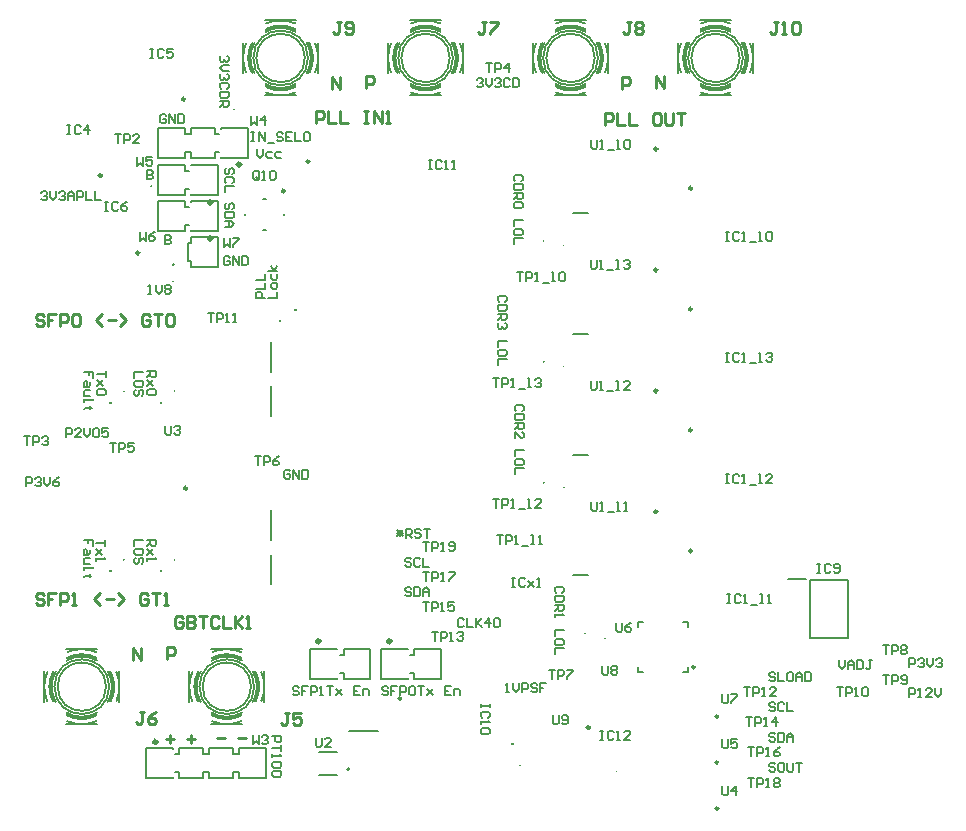
<source format=gto>
G04*
G04 #@! TF.GenerationSoftware,Altium Limited,Altium Designer,24.2.2 (26)*
G04*
G04 Layer_Color=65535*
%FSLAX26Y26*%
%MOIN*%
G70*
G04*
G04 #@! TF.SameCoordinates,1490CFCF-B2EF-406E-B7EC-920D21FDAB99*
G04*
G04*
G04 #@! TF.FilePolarity,Positive*
G04*
G01*
G75*
%ADD10C,0.011000*%
%ADD11C,0.007874*%
%ADD12C,0.009842*%
%ADD13C,0.010000*%
%ADD14C,0.011811*%
%ADD15C,0.003937*%
%ADD16C,0.006000*%
%ADD17C,0.007000*%
D10*
X1900283Y821949D02*
G03*
X1900283Y821949I-5000J0D01*
G01*
Y1224956D02*
G03*
X1900283Y1224956I-5000J0D01*
G01*
Y1627964D02*
G03*
X1900283Y1627964I-5000J0D01*
G01*
Y2030972D02*
G03*
X1900283Y2030972I-5000J0D01*
G01*
D11*
X1522000Y1321355D02*
G03*
X1522000Y1321355I-1000J0D01*
G01*
X1521869Y918347D02*
G03*
X1521869Y918347I-1000J0D01*
G01*
X1659680Y416760D02*
G03*
X1659680Y416760I-1000J0D01*
G01*
X1522000Y1724506D02*
G03*
X1522000Y1724506I-1000J0D01*
G01*
X122940Y1222847D02*
G03*
X122940Y1222847I-1000J0D01*
G01*
X291162D02*
G03*
X291162Y1222847I-1000J0D01*
G01*
X122940Y661823D02*
G03*
X122940Y661823I-1000J0D01*
G01*
X291162D02*
G03*
X291162Y661823I-1000J0D01*
G01*
X545808Y238662D02*
G03*
X545808Y238662I-80709J0D01*
G01*
X556241D02*
G03*
X556241Y238662I-91142J0D01*
G01*
X515875Y325497D02*
G03*
X414324Y325497I-50776J-86835D01*
G01*
X514152Y331856D02*
G03*
X416047Y331856I-49052J-93194D01*
G01*
X513547Y335242D02*
G03*
X416652Y335242I-48447J-96580D01*
G01*
X513849Y353764D02*
G03*
X416349Y353764I-48750J-115102D01*
G01*
X580201Y189912D02*
G03*
X580201Y287412I-115102J48750D01*
G01*
X561679Y190214D02*
G03*
X561679Y287109I-96580J48447D01*
G01*
X558293Y189610D02*
G03*
X558293Y287714I-93194J49052D01*
G01*
X551934Y187886D02*
G03*
X551934Y289437I-86835J50776D01*
G01*
X416349Y123560D02*
G03*
X513849Y123560I48750J115102D01*
G01*
X416652Y142082D02*
G03*
X513547Y142082I48447J96580D01*
G01*
X416047Y145468D02*
G03*
X514152Y145468I49052J93194D01*
G01*
X414324Y151827D02*
G03*
X515875Y151827I50776J86835D01*
G01*
X378264Y289437D02*
G03*
X378264Y187886I86835J-50776D01*
G01*
X371905Y287714D02*
G03*
X371905Y189610I93194J-49052D01*
G01*
X368519Y287109D02*
G03*
X368519Y190214I96580J-48447D01*
G01*
X349997Y287412D02*
G03*
X349997Y189912I115102J-48750D01*
G01*
X62540Y238662D02*
G03*
X62540Y238662I-80709J0D01*
G01*
X72973D02*
G03*
X72973Y238662I-91142J0D01*
G01*
X32607Y325497D02*
G03*
X-68944Y325497I-50776J-86835D01*
G01*
X30884Y331856D02*
G03*
X-67221Y331856I-49052J-93194D01*
G01*
X30279Y335242D02*
G03*
X-66616Y335242I-48447J-96580D01*
G01*
X30581Y353764D02*
G03*
X-66918Y353764I-48750J-115102D01*
G01*
X96933Y189912D02*
G03*
X96933Y287412I-115102J48750D01*
G01*
X78411Y190214D02*
G03*
X78411Y287109I-96580J48447D01*
G01*
X75025Y189610D02*
G03*
X75025Y287714I-93194J49052D01*
G01*
X68666Y187886D02*
G03*
X68666Y289437I-86835J50776D01*
G01*
X-66918Y123560D02*
G03*
X30581Y123560I48750J115102D01*
G01*
X-66616Y142082D02*
G03*
X30279Y142082I48447J96580D01*
G01*
X-67221Y145468D02*
G03*
X30884Y145468I49052J93194D01*
G01*
X-68944Y151827D02*
G03*
X32607Y151827I50776J86835D01*
G01*
X-105004Y289437D02*
G03*
X-105004Y187886I86835J-50776D01*
G01*
X-111363Y287714D02*
G03*
X-111363Y189610I93194J-49052D01*
G01*
X-114749Y287109D02*
G03*
X-114749Y190214I96580J-48447D01*
G01*
X-133271Y287412D02*
G03*
X-133271Y189912I115102J-48750D01*
G01*
X1691718Y2334224D02*
G03*
X1691718Y2334224I-80709J0D01*
G01*
X1702151D02*
G03*
X1702151Y2334224I-91142J0D01*
G01*
X1661785Y2421059D02*
G03*
X1560234Y2421059I-50776J-86835D01*
G01*
X1660061Y2427418D02*
G03*
X1561957Y2427418I-49052J-93194D01*
G01*
X1659457Y2430804D02*
G03*
X1562562Y2430804I-48447J-96580D01*
G01*
X1659759Y2449326D02*
G03*
X1562259Y2449326I-48750J-115102D01*
G01*
X1726111Y2285474D02*
G03*
X1726111Y2382974I-115102J48750D01*
G01*
X1707589Y2285776D02*
G03*
X1707589Y2382671I-96580J48447D01*
G01*
X1704203Y2285172D02*
G03*
X1704203Y2383276I-93194J49052D01*
G01*
X1697844Y2283448D02*
G03*
X1697844Y2384999I-86835J50776D01*
G01*
X1562259Y2219122D02*
G03*
X1659759Y2219122I48750J115102D01*
G01*
X1562562Y2237644D02*
G03*
X1659457Y2237644I48447J96580D01*
G01*
X1561957Y2241030D02*
G03*
X1660061Y2241030I49052J93194D01*
G01*
X1560234Y2247389D02*
G03*
X1661785Y2247389I50776J86835D01*
G01*
X1524174Y2384999D02*
G03*
X1524174Y2283448I86835J-50776D01*
G01*
X1517815Y2383276D02*
G03*
X1517815Y2285172I93194J-49052D01*
G01*
X1514429Y2382671D02*
G03*
X1514429Y2285776I96580J-48447D01*
G01*
X1495907Y2382974D02*
G03*
X1495907Y2285474I115102J-48750D01*
G01*
X1208450Y2334224D02*
G03*
X1208450Y2334224I-80709J0D01*
G01*
X1218883D02*
G03*
X1218883Y2334224I-91142J0D01*
G01*
X1178517Y2421059D02*
G03*
X1076966Y2421059I-50776J-86835D01*
G01*
X1176793Y2427418D02*
G03*
X1078689Y2427418I-49052J-93194D01*
G01*
X1176188Y2430804D02*
G03*
X1079294Y2430804I-48447J-96580D01*
G01*
X1176491Y2449326D02*
G03*
X1078991Y2449326I-48750J-115102D01*
G01*
X1242843Y2285474D02*
G03*
X1242843Y2382974I-115102J48750D01*
G01*
X1224321Y2285776D02*
G03*
X1224321Y2382671I-96580J48447D01*
G01*
X1220935Y2285172D02*
G03*
X1220935Y2383276I-93194J49052D01*
G01*
X1214576Y2283448D02*
G03*
X1214576Y2384999I-86835J50776D01*
G01*
X1078991Y2219122D02*
G03*
X1176491Y2219122I48750J115102D01*
G01*
X1079294Y2237644D02*
G03*
X1176188Y2237644I48447J96580D01*
G01*
X1078689Y2241030D02*
G03*
X1176793Y2241030I49052J93194D01*
G01*
X1076966Y2247389D02*
G03*
X1178517Y2247389I50776J86835D01*
G01*
X1040906Y2384999D02*
G03*
X1040906Y2283448I86835J-50776D01*
G01*
X1034547Y2383276D02*
G03*
X1034547Y2285172I93194J-49052D01*
G01*
X1031161Y2382671D02*
G03*
X1031161Y2285776I96580J-48447D01*
G01*
X1012639Y2382974D02*
G03*
X1012639Y2285474I115102J-48750D01*
G01*
X725182Y2334224D02*
G03*
X725182Y2334224I-80709J0D01*
G01*
X735615D02*
G03*
X735615Y2334224I-91142J0D01*
G01*
X695249Y2421059D02*
G03*
X593698Y2421059I-50776J-86835D01*
G01*
X693525Y2427418D02*
G03*
X595421Y2427418I-49052J-93194D01*
G01*
X692920Y2430804D02*
G03*
X596026Y2430804I-48447J-96580D01*
G01*
X693223Y2449326D02*
G03*
X595723Y2449326I-48750J-115102D01*
G01*
X759575Y2285474D02*
G03*
X759575Y2382974I-115102J48750D01*
G01*
X741053Y2285776D02*
G03*
X741053Y2382671I-96580J48447D01*
G01*
X737667Y2285172D02*
G03*
X737667Y2383276I-93194J49052D01*
G01*
X731308Y2283448D02*
G03*
X731308Y2384999I-86835J50776D01*
G01*
X595723Y2219122D02*
G03*
X693223Y2219122I48750J115102D01*
G01*
X596026Y2237644D02*
G03*
X692920Y2237644I48447J96580D01*
G01*
X595421Y2241030D02*
G03*
X693525Y2241030I49052J93194D01*
G01*
X593698Y2247389D02*
G03*
X695249Y2247389I50776J86835D01*
G01*
X557638Y2384999D02*
G03*
X557638Y2283448I86835J-50776D01*
G01*
X551279Y2383276D02*
G03*
X551279Y2285172I93194J-49052D01*
G01*
X547893Y2382671D02*
G03*
X547893Y2285776I96580J-48447D01*
G01*
X529371Y2382974D02*
G03*
X529371Y2285474I115102J-48750D01*
G01*
X2174986Y2334224D02*
G03*
X2174986Y2334224I-80709J0D01*
G01*
X2185419D02*
G03*
X2185419Y2334224I-91142J0D01*
G01*
X2145053Y2421059D02*
G03*
X2043502Y2421059I-50776J-86835D01*
G01*
X2143329Y2427418D02*
G03*
X2045225Y2427418I-49052J-93194D01*
G01*
X2142724Y2430804D02*
G03*
X2045830Y2430804I-48447J-96580D01*
G01*
X2143027Y2449326D02*
G03*
X2045527Y2449326I-48750J-115102D01*
G01*
X2209379Y2285474D02*
G03*
X2209379Y2382974I-115102J48750D01*
G01*
X2190857Y2285776D02*
G03*
X2190857Y2382671I-96580J48447D01*
G01*
X2187471Y2285172D02*
G03*
X2187471Y2383276I-93194J49052D01*
G01*
X2181112Y2283448D02*
G03*
X2181112Y2384999I-86835J50776D01*
G01*
X2045527Y2219122D02*
G03*
X2143027Y2219122I48750J115102D01*
G01*
X2045830Y2237644D02*
G03*
X2142724Y2237644I48447J96580D01*
G01*
X2045225Y2241030D02*
G03*
X2143329Y2241030I49052J93194D01*
G01*
X2043502Y2247389D02*
G03*
X2145053Y2247389I50776J86835D01*
G01*
X2007442Y2384999D02*
G03*
X2007442Y2283448I86835J-50776D01*
G01*
X2001083Y2383276D02*
G03*
X2001083Y2285172I93194J-49052D01*
G01*
X1997697Y2382671D02*
G03*
X1997697Y2285776I96580J-48447D01*
G01*
X1979175Y2382974D02*
G03*
X1979175Y2285474I115102J-48750D01*
G01*
X213118Y1908022D02*
G03*
X213118Y1908022I-1000J0D01*
G01*
X489982Y2162432D02*
G03*
X489982Y2162432I-1000J0D01*
G01*
X285895Y1590761D02*
G03*
X285895Y1590761I-1000J0D01*
G01*
X1441690Y-23443D02*
G03*
X1441690Y-23443I-1000J0D01*
G01*
X980204Y365250D02*
X1069845D01*
Y362494D02*
Y365250D01*
X980204Y265250D02*
X1069845D01*
X980204D02*
Y365250D01*
X1077448Y345250D02*
X1090563D01*
X1077448Y285250D02*
X1090563D01*
X1069845Y265250D02*
Y268005D01*
X1090565Y265250D02*
Y285249D01*
Y345250D02*
Y365250D01*
X1180206D01*
Y265250D02*
Y365250D01*
X1090565Y265250D02*
X1180206D01*
X486093Y-65428D02*
Y-45428D01*
X506811Y14572D02*
Y34572D01*
X406811Y14572D02*
Y34572D01*
X386093Y-65428D02*
Y-45428D01*
X306810Y14572D02*
Y34572D01*
X406811Y-65428D02*
Y-45428D01*
Y-65428D02*
X486093D01*
Y14572D02*
Y34572D01*
X406811D02*
X486093D01*
X306810Y-65428D02*
Y-45428D01*
Y-65428D02*
X386093D01*
Y14572D02*
Y34572D01*
X306810D02*
X386093D01*
X486093Y-45428D02*
X506811D01*
X386093D02*
X406811D01*
X386093Y14572D02*
X406811D01*
X486093D02*
X506811D01*
Y-65428D02*
Y-45428D01*
Y-65428D02*
X596452D01*
Y34572D01*
X506811D02*
X596452D01*
X196452D02*
X286092D01*
Y31816D02*
Y34572D01*
X196452Y-65428D02*
X286092D01*
X196452D02*
Y34572D01*
X293696Y14572D02*
X306810D01*
X293696Y-45428D02*
X306810D01*
X286092Y-65428D02*
Y-62672D01*
X346496Y1717254D02*
Y1737254D01*
X336137Y1657254D02*
Y1717254D01*
X346496D01*
X336137Y1657254D02*
X346496D01*
X436137Y1637254D02*
Y1737254D01*
X346496D02*
X436137D01*
X346496Y1637254D02*
X436137D01*
X346496Y1637254D02*
Y1657254D01*
X346498Y1758080D02*
X436139D01*
X346498D02*
Y1760835D01*
Y1858080D02*
X436139D01*
Y1758080D02*
Y1858080D01*
X325779Y1778080D02*
X338894D01*
X325779Y1838080D02*
X338894D01*
X346498Y1855324D02*
Y1858080D01*
X325778Y1838080D02*
Y1858080D01*
Y1758080D02*
Y1778080D01*
X236137Y1758080D02*
X325778D01*
X236137D02*
Y1858080D01*
X325778D01*
X346498Y1878905D02*
X436139D01*
X346498D02*
Y1881661D01*
Y1978905D02*
X436139D01*
Y1878905D02*
Y1978905D01*
X325779Y1898905D02*
X338894D01*
X325779Y1958905D02*
X338894D01*
X346498Y1976149D02*
Y1978905D01*
X325778Y1958905D02*
Y1978905D01*
Y1878905D02*
Y1898905D01*
X236137Y1878905D02*
X325778D01*
X236137D02*
Y1978905D01*
X325778D01*
X236137Y1999731D02*
X325777D01*
X236137D02*
Y2099731D01*
X325777D01*
Y2079731D02*
Y2099731D01*
Y2019731D02*
X346495D01*
X325777Y2079731D02*
X346495D01*
Y1999731D02*
X425778D01*
X346495D02*
Y2019731D01*
Y2099731D02*
X425778D01*
Y2079731D02*
Y2099731D01*
Y1999731D02*
Y2019731D01*
X346495Y2079731D02*
Y2099731D01*
X325777Y1999731D02*
Y2019731D01*
X446498Y1999731D02*
X536139D01*
X446498D02*
Y2002487D01*
Y2099731D02*
X536139D01*
Y1999731D02*
Y2099731D01*
X425779Y2019731D02*
X438894D01*
X425779Y2079731D02*
X438894D01*
X446498Y2096975D02*
Y2099731D01*
X2335262Y598135D02*
X2395301D01*
X2409081Y400103D02*
Y593017D01*
Y400103D02*
X2535065D01*
Y593017D01*
X2409081D02*
X2535065D01*
X584485Y1863398D02*
X596296D01*
X525430Y1810249D02*
Y1814186D01*
X584485Y1761036D02*
X596296D01*
X655351Y1810249D02*
Y1814186D01*
X340099Y187179D02*
Y290144D01*
X590099Y187179D02*
Y290144D01*
X413617Y363662D02*
X516582D01*
X413617Y113662D02*
X516582D01*
X-143169Y187179D02*
Y290144D01*
X106831Y187179D02*
Y290144D01*
X-69651Y363662D02*
X33314D01*
X-69651Y113662D02*
X33314D01*
X1486009Y2282742D02*
Y2385706D01*
X1736009Y2282742D02*
Y2385706D01*
X1559527Y2459224D02*
X1662491D01*
X1559527Y2209224D02*
X1662491D01*
X1002741Y2282742D02*
Y2385706D01*
X1252741Y2282742D02*
Y2385706D01*
X1076259Y2459224D02*
X1179223D01*
X1076259Y2209224D02*
X1179223D01*
X519473Y2282742D02*
Y2385706D01*
X769473Y2282742D02*
Y2385706D01*
X592991Y2459224D02*
X695955D01*
X592991Y2209224D02*
X695955D01*
X1969277Y2282742D02*
Y2385706D01*
X2219277Y2282742D02*
Y2385706D01*
X2042795Y2459224D02*
X2145759D01*
X2042795Y2209224D02*
X2145759D01*
X611664Y1289055D02*
Y1387480D01*
Y1141260D02*
Y1239685D01*
Y727945D02*
Y826370D01*
Y580409D02*
Y678834D01*
X871806Y91316D02*
X970231D01*
X854226Y265250D02*
X943867D01*
Y365250D01*
X854226D02*
X943867D01*
X854226Y345250D02*
Y365250D01*
Y265250D02*
Y285249D01*
X833506Y265250D02*
Y268005D01*
X841109Y285250D02*
X854224D01*
X841109Y345250D02*
X854224D01*
X743865Y265250D02*
Y365250D01*
Y265250D02*
X833506D01*
Y362494D02*
Y365250D01*
X743865D02*
X833506D01*
X1618533Y1415295D02*
X1667745D01*
X1618533Y1012287D02*
X1667745D01*
X1618533Y609280D02*
X1667745D01*
X1618533Y1818303D02*
X1667745D01*
D12*
X1675128Y102384D02*
G03*
X1675128Y102384I-4921J0D01*
G01*
X2015708Y690949D02*
G03*
X2015708Y690949I-4921J0D01*
G01*
Y1093956D02*
G03*
X2015708Y1093956I-4921J0D01*
G01*
Y1899972D02*
G03*
X2015708Y1899972I-4921J0D01*
G01*
Y1496964D02*
G03*
X2015708Y1496964I-4921J0D01*
G01*
X332900Y899921D02*
G03*
X332900Y899921I-4921J0D01*
G01*
X740491Y1989383D02*
G03*
X740491Y1989383I-4921J0D01*
G01*
X658304Y1890957D02*
G03*
X658304Y1890957I-4921J0D01*
G01*
X173575Y1684264D02*
G03*
X173575Y1684264I-4921J0D01*
G01*
X48952Y1942391D02*
G03*
X48952Y1942391I-4921J0D01*
G01*
X325816Y2196800D02*
G03*
X325816Y2196800I-4921J0D01*
G01*
D13*
X1045813Y199805D02*
G03*
X1045813Y199805I-3937J0D01*
G01*
X2024631Y303537D02*
G03*
X2024631Y303537I-3937J0D01*
G01*
X2102798Y-167593D02*
G03*
X2102798Y-167593I-3937J0D01*
G01*
Y-12628D02*
G03*
X2102798Y-12628I-3937J0D01*
G01*
Y138540D02*
G03*
X2102798Y138540I-3937J0D01*
G01*
X77520Y1184747D02*
G03*
X77520Y1184747I-394J0D01*
G01*
X245743D02*
G03*
X245743Y1184747I-394J0D01*
G01*
X77520Y623723D02*
G03*
X77520Y623723I-394J0D01*
G01*
X245743D02*
G03*
X245743Y623723I-394J0D01*
G01*
X287415Y1645736D02*
G03*
X287415Y1645736I-394J0D01*
G01*
X1417612Y47006D02*
G03*
X1417612Y47006I-394J0D01*
G01*
X694216Y1493514D02*
G03*
X694216Y1493514I-1968J0D01*
G01*
X642641Y1457746D02*
G03*
X642641Y1457746I-394J0D01*
G01*
X-143631Y1473013D02*
X-150296Y1479678D01*
X-163625D01*
X-170289Y1473013D01*
Y1466349D01*
X-163625Y1459684D01*
X-150296D01*
X-143631Y1453020D01*
Y1446355D01*
X-150296Y1439691D01*
X-163625D01*
X-170289Y1446355D01*
X-103644Y1479678D02*
X-130302D01*
Y1459684D01*
X-116973D01*
X-130302D01*
Y1439691D01*
X-90315D02*
Y1479678D01*
X-70321D01*
X-63657Y1473013D01*
Y1459684D01*
X-70321Y1453020D01*
X-90315D01*
X-50328Y1473013D02*
X-43663Y1479678D01*
X-30334D01*
X-23670Y1473013D01*
Y1446355D01*
X-30334Y1439691D01*
X-43663D01*
X-50328Y1446355D01*
Y1473013D01*
X49640Y1439691D02*
X29646Y1459684D01*
X49640Y1479678D01*
X69633Y1459684D02*
X96291D01*
X109621Y1439691D02*
X129614Y1459684D01*
X109621Y1479678D01*
X209588Y1473013D02*
X202924Y1479678D01*
X189595D01*
X182930Y1473013D01*
Y1446355D01*
X189595Y1439691D01*
X202924D01*
X209588Y1446355D01*
Y1459684D01*
X196259D01*
X222917Y1479678D02*
X249575D01*
X236246D01*
Y1439691D01*
X262904Y1473013D02*
X269569Y1479678D01*
X282898D01*
X289562Y1473013D01*
Y1446355D01*
X282898Y1439691D01*
X269569D01*
X262904Y1446355D01*
Y1473013D01*
X-143631Y544670D02*
X-150296Y551334D01*
X-163625D01*
X-170289Y544670D01*
Y538005D01*
X-163625Y531341D01*
X-150296D01*
X-143631Y524676D01*
Y518012D01*
X-150296Y511347D01*
X-163625D01*
X-170289Y518012D01*
X-103644Y551334D02*
X-130302D01*
Y531341D01*
X-116973D01*
X-130302D01*
Y511347D01*
X-90315D02*
Y551334D01*
X-70321D01*
X-63657Y544670D01*
Y531341D01*
X-70321Y524676D01*
X-90315D01*
X-50328Y511347D02*
X-36999D01*
X-43663D01*
Y551334D01*
X-50328Y544670D01*
X42975Y511347D02*
X22982Y531341D01*
X42975Y551334D01*
X62969Y531341D02*
X89627D01*
X102956Y511347D02*
X122950Y531341D01*
X102956Y551334D01*
X202924Y544670D02*
X196259Y551334D01*
X182930D01*
X176266Y544670D01*
Y518012D01*
X182930Y511347D01*
X196259D01*
X202924Y518012D01*
Y531341D01*
X189595D01*
X216253Y551334D02*
X242911D01*
X229582D01*
Y511347D01*
X256240D02*
X269569D01*
X262904D01*
Y551334D01*
X256240Y544670D01*
X317594Y468209D02*
X310930Y474873D01*
X297601D01*
X290936Y468209D01*
Y441551D01*
X297601Y434886D01*
X310930D01*
X317594Y441551D01*
Y454880D01*
X304265D01*
X330923Y474873D02*
Y434886D01*
X350917D01*
X357581Y441551D01*
Y448215D01*
X350917Y454880D01*
X330923D01*
X350917D01*
X357581Y461544D01*
Y468209D01*
X350917Y474873D01*
X330923D01*
X370910D02*
X397568D01*
X384239D01*
Y434886D01*
X437555Y468209D02*
X430891Y474873D01*
X417562D01*
X410897Y468209D01*
Y441551D01*
X417562Y434886D01*
X430891D01*
X437555Y441551D01*
X450885Y474873D02*
Y434886D01*
X477543D01*
X490872Y474873D02*
Y434886D01*
Y448215D01*
X517530Y474873D01*
X497536Y454880D01*
X517530Y434886D01*
X530859D02*
X544188D01*
X537523D01*
Y474873D01*
X530859Y468209D01*
X266147Y330273D02*
Y370260D01*
X286140D01*
X292805Y363596D01*
Y350266D01*
X286140Y343602D01*
X266147D01*
X154166Y327350D02*
Y367337D01*
X180824Y327350D01*
Y367337D01*
X816808Y2229948D02*
Y2269935D01*
X843466Y2229948D01*
Y2269935D01*
X928789Y2232870D02*
Y2272858D01*
X948782D01*
X955447Y2266193D01*
Y2252864D01*
X948782Y2246199D01*
X928789D01*
X1895325Y2232870D02*
Y2272858D01*
X1921983Y2232870D01*
Y2272858D01*
X1783344Y2229948D02*
Y2269935D01*
X1803337D01*
X1810002Y2263271D01*
Y2249941D01*
X1803337Y2243277D01*
X1783344D01*
X761059Y2117613D02*
Y2157600D01*
X781052D01*
X787717Y2150936D01*
Y2137607D01*
X781052Y2130942D01*
X761059D01*
X801046Y2157600D02*
Y2117613D01*
X827704D01*
X841033Y2157600D02*
Y2117613D01*
X867691D01*
X921007Y2157600D02*
X934336D01*
X927672D01*
Y2117613D01*
X921007D01*
X934336D01*
X954330D02*
Y2157600D01*
X980988Y2117613D01*
Y2157600D01*
X994317Y2117613D02*
X1007646D01*
X1000981D01*
Y2157600D01*
X994317Y2150936D01*
X1727495Y2111830D02*
Y2151817D01*
X1747489D01*
X1754153Y2145153D01*
Y2131823D01*
X1747489Y2125159D01*
X1727495D01*
X1767482Y2151817D02*
Y2111830D01*
X1794140D01*
X1807469Y2151817D02*
Y2111830D01*
X1834127D01*
X1907437Y2151817D02*
X1894108D01*
X1887444Y2145153D01*
Y2118494D01*
X1894108Y2111830D01*
X1907437D01*
X1914101Y2118494D01*
Y2145153D01*
X1907437Y2151817D01*
X1927431D02*
Y2118494D01*
X1934095Y2111830D01*
X1947424D01*
X1954089Y2118494D01*
Y2151817D01*
X1967418D02*
X1994076D01*
X1980747D01*
Y2111830D01*
X500943Y67696D02*
X527601D01*
X430943D02*
X457601D01*
X330943Y64367D02*
X357601D01*
X344272Y51038D02*
Y77696D01*
X260943Y64367D02*
X287601D01*
X274272Y51038D02*
Y77696D01*
X2301327Y2455700D02*
X2287998D01*
X2294663D01*
Y2422377D01*
X2287998Y2415713D01*
X2281334D01*
X2274669Y2422377D01*
X2314656Y2415713D02*
X2327985D01*
X2321321D01*
Y2455700D01*
X2314656Y2449035D01*
X2347979D02*
X2354644Y2455700D01*
X2367972D01*
X2374637Y2449035D01*
Y2422377D01*
X2367972Y2415713D01*
X2354644D01*
X2347979Y2422377D01*
Y2449035D01*
X847484Y2455700D02*
X834155D01*
X840819D01*
Y2422377D01*
X834155Y2415713D01*
X827490D01*
X820826Y2422377D01*
X860813D02*
X867478Y2415713D01*
X880807D01*
X887471Y2422377D01*
Y2449035D01*
X880807Y2455700D01*
X867478D01*
X860813Y2449035D01*
Y2442371D01*
X867478Y2435706D01*
X887471D01*
X1814020Y2455700D02*
X1800691D01*
X1807355D01*
Y2422377D01*
X1800691Y2415713D01*
X1794026D01*
X1787362Y2422377D01*
X1827349Y2449035D02*
X1834014Y2455700D01*
X1847343D01*
X1854007Y2449035D01*
Y2442371D01*
X1847343Y2435706D01*
X1854007Y2429042D01*
Y2422377D01*
X1847343Y2415713D01*
X1834014D01*
X1827349Y2422377D01*
Y2429042D01*
X1834014Y2435706D01*
X1827349Y2442371D01*
Y2449035D01*
X1834014Y2435706D02*
X1847343D01*
X1330752Y2455700D02*
X1317423D01*
X1324088D01*
Y2422377D01*
X1317423Y2415713D01*
X1310758D01*
X1304094Y2422377D01*
X1344081Y2455700D02*
X1370739D01*
Y2449035D01*
X1344081Y2422377D01*
Y2415713D01*
X188893Y153734D02*
X175564D01*
X182228D01*
Y120412D01*
X175564Y113747D01*
X168899D01*
X162235Y120412D01*
X228880Y153734D02*
X215551Y147070D01*
X202222Y133740D01*
Y120412D01*
X208886Y113747D01*
X222215D01*
X228880Y120412D01*
Y127076D01*
X222215Y133740D01*
X202222D01*
X672020Y150812D02*
X658691D01*
X665355D01*
Y117489D01*
X658691Y110825D01*
X652026D01*
X645362Y117489D01*
X712007Y150812D02*
X685349D01*
Y130818D01*
X698678Y137482D01*
X705342D01*
X712007Y130818D01*
Y117489D01*
X705342Y110825D01*
X692014D01*
X685349Y117489D01*
D14*
X1012487Y390053D02*
G03*
X1012487Y390053I-5906J0D01*
G01*
X232357Y54572D02*
G03*
X232357Y54572I-5906J0D01*
G01*
X415666Y1733276D02*
G03*
X415666Y1733276I-5906J0D01*
G01*
Y1854102D02*
G03*
X415666Y1854102I-5906J0D01*
G01*
X512044Y1979731D02*
G03*
X512044Y1979731I-5906J0D01*
G01*
X776149Y390053D02*
G03*
X776149Y390053I-5906J0D01*
G01*
D15*
X1765409Y-42715D02*
G03*
X1761472Y-42715I-1968J0D01*
G01*
D02*
G03*
X1765409Y-42715I1968J0D01*
G01*
X1586217Y1304714D02*
G03*
X1590155Y1304714I1968J0D01*
G01*
D02*
G03*
X1586217Y1304714I-1968J0D01*
G01*
Y901706D02*
G03*
X1590155Y901706I1968J0D01*
G01*
D02*
G03*
X1586217Y901706I-1968J0D01*
G01*
X1724029Y400091D02*
G03*
X1727966Y400091I1968J0D01*
G01*
D02*
G03*
X1724029Y400091I-1968J0D01*
G01*
X1586217Y1707722D02*
G03*
X1590155Y1707722I1968J0D01*
G01*
D02*
G03*
X1586217Y1707722I-1968J0D01*
G01*
D16*
X874124Y-36204D02*
G03*
X874124Y-36204I-4000J0D01*
G01*
X1986279Y287173D02*
X2002466D01*
X1986279Y454173D02*
X2002466D01*
X1835466Y437986D02*
Y454173D01*
Y287173D02*
X1851654D01*
X2002466D02*
Y303361D01*
Y437986D02*
Y454173D01*
X1835466D02*
X1851654D01*
X1835466Y287173D02*
Y303361D01*
X772434Y21986D02*
X833434D01*
X772434Y-55014D02*
X833434D01*
D17*
X676261Y956353D02*
X671263Y961352D01*
X661266D01*
X656268Y956353D01*
Y936360D01*
X661266Y931361D01*
X671263D01*
X676261Y936360D01*
Y946356D01*
X666265D01*
X686258Y931361D02*
Y961352D01*
X706252Y931361D01*
Y961352D01*
X716249D02*
Y931361D01*
X731244D01*
X736242Y936360D01*
Y956353D01*
X731244Y961352D01*
X716249D01*
X1031127Y760696D02*
X1051120Y740702D01*
X1031127D02*
X1051120Y760696D01*
X1031127Y750699D02*
X1051120D01*
X1041123Y740702D02*
Y760696D01*
X1061117Y735704D02*
Y765694D01*
X1076112D01*
X1081110Y760696D01*
Y750699D01*
X1076112Y745701D01*
X1061117D01*
X1071114D02*
X1081110Y735704D01*
X1111101Y760696D02*
X1106102Y765694D01*
X1096105D01*
X1091107Y760696D01*
Y755697D01*
X1096105Y750699D01*
X1106102D01*
X1111101Y745701D01*
Y740702D01*
X1106102Y735704D01*
X1096105D01*
X1091107Y740702D01*
X1121097Y765694D02*
X1141091D01*
X1131094D01*
Y735704D01*
X1079952Y662953D02*
X1074954Y667951D01*
X1064957D01*
X1059958Y662953D01*
Y657955D01*
X1064957Y652956D01*
X1074954D01*
X1079952Y647958D01*
Y642960D01*
X1074954Y637961D01*
X1064957D01*
X1059958Y642960D01*
X1109942Y662953D02*
X1104944Y667951D01*
X1094947D01*
X1089949Y662953D01*
Y642960D01*
X1094947Y637961D01*
X1104944D01*
X1109942Y642960D01*
X1119939Y667951D02*
Y637961D01*
X1139933D01*
X1080611Y564695D02*
X1075613Y569693D01*
X1065616D01*
X1060618Y564695D01*
Y559696D01*
X1065616Y554698D01*
X1075613D01*
X1080611Y549699D01*
Y544701D01*
X1075613Y539703D01*
X1065616D01*
X1060618Y544701D01*
X1090608Y569693D02*
Y539703D01*
X1105603D01*
X1110601Y544701D01*
Y564695D01*
X1105603Y569693D01*
X1090608D01*
X1120598Y539703D02*
Y559696D01*
X1130595Y569693D01*
X1140592Y559696D01*
Y539703D01*
Y554698D01*
X1120598D01*
X1255722Y461297D02*
X1250723Y466295D01*
X1240726D01*
X1235728Y461297D01*
Y441303D01*
X1240726Y436305D01*
X1250723D01*
X1255722Y441303D01*
X1265718Y466295D02*
Y436305D01*
X1285712D01*
X1295709Y466295D02*
Y436305D01*
Y446302D01*
X1315702Y466295D01*
X1300707Y451300D01*
X1315702Y436305D01*
X1340694D02*
Y466295D01*
X1325699Y451300D01*
X1345693D01*
X1355689Y461297D02*
X1360688Y466295D01*
X1370685D01*
X1375683Y461297D01*
Y441303D01*
X1370685Y436305D01*
X1360688D01*
X1355689Y441303D01*
Y461297D01*
X2740034Y202805D02*
Y232795D01*
X2755029D01*
X2760027Y227797D01*
Y217800D01*
X2755029Y212801D01*
X2740034D01*
X2770024Y202805D02*
X2780021D01*
X2775023D01*
Y232795D01*
X2770024Y227797D01*
X2815010Y202805D02*
X2795016D01*
X2815010Y222798D01*
Y227797D01*
X2810011Y232795D01*
X2800015D01*
X2795016Y227797D01*
X2825006Y232795D02*
Y212801D01*
X2835003Y202805D01*
X2845000Y212801D01*
Y232795D01*
X2739796Y302988D02*
Y332978D01*
X2754791D01*
X2759789Y327979D01*
Y317983D01*
X2754791Y312984D01*
X2739796D01*
X2769786Y327979D02*
X2774785Y332978D01*
X2784781D01*
X2789780Y327979D01*
Y322981D01*
X2784781Y317983D01*
X2779783D01*
X2784781D01*
X2789780Y312984D01*
Y307986D01*
X2784781Y302988D01*
X2774785D01*
X2769786Y307986D01*
X2799776Y332978D02*
Y312984D01*
X2809773Y302988D01*
X2819770Y312984D01*
Y332978D01*
X2829767Y327979D02*
X2834765Y332978D01*
X2844762D01*
X2849760Y327979D01*
Y322981D01*
X2844762Y317983D01*
X2839764D01*
X2844762D01*
X2849760Y312984D01*
Y307986D01*
X2844762Y302988D01*
X2834765D01*
X2829767Y307986D01*
X2505401Y326791D02*
Y306797D01*
X2515398Y296800D01*
X2525395Y306797D01*
Y326791D01*
X2535392Y296800D02*
Y316794D01*
X2545389Y326791D01*
X2555385Y316794D01*
Y296800D01*
Y311796D01*
X2535392D01*
X2565382Y326791D02*
Y296800D01*
X2580377D01*
X2585376Y301799D01*
Y321792D01*
X2580377Y326791D01*
X2565382D01*
X2615366D02*
X2605369D01*
X2610368D01*
Y301799D01*
X2605369Y296800D01*
X2600371D01*
X2595372Y301799D01*
X2292855Y-20029D02*
X2287857Y-15030D01*
X2277860D01*
X2272861Y-20029D01*
Y-25027D01*
X2277860Y-30025D01*
X2287857D01*
X2292855Y-35024D01*
Y-40022D01*
X2287857Y-45021D01*
X2277860D01*
X2272861Y-40022D01*
X2317847Y-15030D02*
X2307850D01*
X2302852Y-20029D01*
Y-40022D01*
X2307850Y-45021D01*
X2317847D01*
X2322845Y-40022D01*
Y-20029D01*
X2317847Y-15030D01*
X2332842D02*
Y-40022D01*
X2337840Y-45021D01*
X2347837D01*
X2352836Y-40022D01*
Y-15030D01*
X2362832D02*
X2382826D01*
X2372829D01*
Y-45021D01*
X2292855Y80685D02*
X2287857Y85683D01*
X2277860D01*
X2272861Y80685D01*
Y75686D01*
X2277860Y70688D01*
X2287857D01*
X2292855Y65689D01*
Y60691D01*
X2287857Y55693D01*
X2277860D01*
X2272861Y60691D01*
X2302852Y85683D02*
Y55693D01*
X2317847D01*
X2322845Y60691D01*
Y80685D01*
X2317847Y85683D01*
X2302852D01*
X2332842Y55693D02*
Y75686D01*
X2342839Y85683D01*
X2352836Y75686D01*
Y55693D01*
Y70688D01*
X2332842D01*
X2292855Y181061D02*
X2287857Y186060D01*
X2277860D01*
X2272861Y181061D01*
Y176063D01*
X2277860Y171064D01*
X2287857D01*
X2292855Y166066D01*
Y161068D01*
X2287857Y156069D01*
X2277860D01*
X2272861Y161068D01*
X2322845Y181061D02*
X2317847Y186060D01*
X2307850D01*
X2302852Y181061D01*
Y161068D01*
X2307850Y156069D01*
X2317847D01*
X2322845Y161068D01*
X2332842Y186060D02*
Y156069D01*
X2352836D01*
X2292855Y281774D02*
X2287857Y286773D01*
X2277860D01*
X2272861Y281774D01*
Y276776D01*
X2277860Y271778D01*
X2287857D01*
X2292855Y266779D01*
Y261781D01*
X2287857Y256782D01*
X2277860D01*
X2272861Y261781D01*
X2302852Y286773D02*
Y256782D01*
X2322845D01*
X2347837Y286773D02*
X2337840D01*
X2332842Y281774D01*
Y261781D01*
X2337840Y256782D01*
X2347837D01*
X2352836Y261781D01*
Y281774D01*
X2347837Y286773D01*
X2362832Y256782D02*
Y276776D01*
X2372829Y286773D01*
X2382826Y276776D01*
Y256782D01*
Y271778D01*
X2362832D01*
X2392823Y286773D02*
Y256782D01*
X2407818D01*
X2412816Y261781D01*
Y281774D01*
X2407818Y286773D01*
X2392823D01*
X1394866Y220049D02*
X1404862D01*
X1399864D01*
Y250040D01*
X1394866Y245041D01*
X1419858Y250040D02*
Y230046D01*
X1429854Y220049D01*
X1439851Y230046D01*
Y250040D01*
X1449848Y220049D02*
Y250040D01*
X1464843D01*
X1469841Y245041D01*
Y235044D01*
X1464843Y230046D01*
X1449848D01*
X1499832Y245041D02*
X1494833Y250040D01*
X1484837D01*
X1479838Y245041D01*
Y240043D01*
X1484837Y235044D01*
X1494833D01*
X1499832Y230046D01*
Y225048D01*
X1494833Y220049D01*
X1484837D01*
X1479838Y225048D01*
X1529822Y250040D02*
X1509829D01*
Y235044D01*
X1519825D01*
X1509829D01*
Y220049D01*
X1299083Y2262337D02*
X1304082Y2267336D01*
X1314079D01*
X1319077Y2262337D01*
Y2257339D01*
X1314079Y2252341D01*
X1309080D01*
X1314079D01*
X1319077Y2247342D01*
Y2242344D01*
X1314079Y2237345D01*
X1304082D01*
X1299083Y2242344D01*
X1329074Y2267336D02*
Y2247342D01*
X1339071Y2237345D01*
X1349067Y2247342D01*
Y2267336D01*
X1359064Y2262337D02*
X1364062Y2267336D01*
X1374059D01*
X1379058Y2262337D01*
Y2257339D01*
X1374059Y2252341D01*
X1369061D01*
X1374059D01*
X1379058Y2247342D01*
Y2242344D01*
X1374059Y2237345D01*
X1364062D01*
X1359064Y2242344D01*
X1409048Y2262337D02*
X1404050Y2267336D01*
X1394053D01*
X1389054Y2262337D01*
Y2242344D01*
X1394053Y2237345D01*
X1404050D01*
X1409048Y2242344D01*
X1419045Y2267336D02*
Y2237345D01*
X1434040D01*
X1439038Y2242344D01*
Y2262337D01*
X1434040Y2267336D01*
X1419045D01*
X-153606Y1884520D02*
X-148608Y1889518D01*
X-138611D01*
X-133613Y1884520D01*
Y1879521D01*
X-138611Y1874523D01*
X-143610D01*
X-138611D01*
X-133613Y1869525D01*
Y1864526D01*
X-138611Y1859528D01*
X-148608D01*
X-153606Y1864526D01*
X-123616Y1889518D02*
Y1869525D01*
X-113619Y1859528D01*
X-103623Y1869525D01*
Y1889518D01*
X-93626Y1884520D02*
X-88627Y1889518D01*
X-78631D01*
X-73632Y1884520D01*
Y1879521D01*
X-78631Y1874523D01*
X-83629D01*
X-78631D01*
X-73632Y1869525D01*
Y1864526D01*
X-78631Y1859528D01*
X-88627D01*
X-93626Y1864526D01*
X-63636Y1859528D02*
Y1879521D01*
X-53639Y1889518D01*
X-43642Y1879521D01*
Y1859528D01*
Y1874523D01*
X-63636D01*
X-33645Y1859528D02*
Y1889518D01*
X-18650D01*
X-13652Y1884520D01*
Y1874523D01*
X-18650Y1869525D01*
X-33645D01*
X-3655Y1889518D02*
Y1859528D01*
X16339D01*
X26335Y1889518D02*
Y1859528D01*
X46329D01*
X-70133Y1070763D02*
Y1100753D01*
X-55138D01*
X-50140Y1095754D01*
Y1085758D01*
X-55138Y1080759D01*
X-70133D01*
X-20150Y1070763D02*
X-40143D01*
X-20150Y1090756D01*
Y1095754D01*
X-25148Y1100753D01*
X-35145D01*
X-40143Y1095754D01*
X-10153Y1100753D02*
Y1080759D01*
X-156Y1070763D01*
X9841Y1080759D01*
Y1100753D01*
X19837Y1095754D02*
X24836Y1100753D01*
X34833D01*
X39831Y1095754D01*
Y1075761D01*
X34833Y1070763D01*
X24836D01*
X19837Y1075761D01*
Y1095754D01*
X69821Y1100753D02*
X49828D01*
Y1085758D01*
X59825Y1090756D01*
X64823D01*
X69821Y1085758D01*
Y1075761D01*
X64823Y1070763D01*
X54826D01*
X49828Y1075761D01*
X-202722Y906248D02*
Y936238D01*
X-187727D01*
X-182729Y931240D01*
Y921243D01*
X-187727Y916245D01*
X-202722D01*
X-172732Y931240D02*
X-167733Y936238D01*
X-157737D01*
X-152738Y931240D01*
Y926241D01*
X-157737Y921243D01*
X-162735D01*
X-157737D01*
X-152738Y916245D01*
Y911246D01*
X-157737Y906248D01*
X-167733D01*
X-172732Y911246D01*
X-142742Y936238D02*
Y916245D01*
X-132745Y906248D01*
X-122748Y916245D01*
Y936238D01*
X-92758D02*
X-102754Y931240D01*
X-112751Y921243D01*
Y911246D01*
X-107753Y906248D01*
X-97756D01*
X-92758Y911246D01*
Y916245D01*
X-97756Y921243D01*
X-112751D01*
X199541Y1289201D02*
X229531D01*
Y1274206D01*
X224533Y1269208D01*
X214536D01*
X209538Y1274206D01*
Y1289201D01*
Y1279205D02*
X199541Y1269208D01*
X219535Y1259211D02*
X199541Y1239218D01*
X209538Y1249214D01*
X219535Y1239218D01*
X199541Y1259211D01*
X224533Y1229221D02*
X229531Y1224223D01*
Y1214226D01*
X224533Y1209227D01*
X204539D01*
X199541Y1214226D01*
Y1224223D01*
X204539Y1229221D01*
X224533D01*
X187475Y1288878D02*
X157485D01*
Y1268884D01*
X187475Y1243892D02*
Y1253889D01*
X182477Y1258888D01*
X162483D01*
X157485Y1253889D01*
Y1243892D01*
X162483Y1238894D01*
X182477D01*
X187475Y1243892D01*
X182477Y1208904D02*
X187475Y1213902D01*
Y1223899D01*
X182477Y1228897D01*
X177478D01*
X172480Y1223899D01*
Y1213902D01*
X167482Y1208904D01*
X162483D01*
X157485Y1213902D01*
Y1223899D01*
X162483Y1228897D01*
X1583899Y551003D02*
X1588898Y556001D01*
Y565998D01*
X1583899Y570996D01*
X1563906D01*
X1558907Y565998D01*
Y556001D01*
X1563906Y551003D01*
X1588898Y541006D02*
X1558907D01*
Y526011D01*
X1563906Y521013D01*
X1583899D01*
X1588898Y526011D01*
Y541006D01*
X1558907Y511016D02*
X1588898D01*
Y496021D01*
X1583899Y491022D01*
X1573902D01*
X1568904Y496021D01*
Y511016D01*
Y501019D02*
X1558907Y491022D01*
Y481025D02*
Y471029D01*
Y476027D01*
X1588898D01*
X1583899Y481025D01*
X1588898Y426043D02*
X1558907D01*
Y406050D01*
X1588898Y381058D02*
Y391055D01*
X1583899Y396053D01*
X1563906D01*
X1558907Y391055D01*
Y381058D01*
X1563906Y376059D01*
X1583899D01*
X1588898Y381058D01*
Y366063D02*
X1558907D01*
Y346069D01*
X1449559Y1155901D02*
X1454557Y1160899D01*
Y1170896D01*
X1449559Y1175895D01*
X1429565D01*
X1424567Y1170896D01*
Y1160899D01*
X1429565Y1155901D01*
X1454557Y1145904D02*
X1424567D01*
Y1130909D01*
X1429565Y1125911D01*
X1449559D01*
X1454557Y1130909D01*
Y1145904D01*
X1424567Y1115914D02*
X1454557D01*
Y1100919D01*
X1449559Y1095921D01*
X1439562D01*
X1434564Y1100919D01*
Y1115914D01*
Y1105917D02*
X1424567Y1095921D01*
Y1065930D02*
Y1085924D01*
X1444561Y1065930D01*
X1449559D01*
X1454557Y1070929D01*
Y1080925D01*
X1449559Y1085924D01*
X1454557Y1025943D02*
X1424567D01*
Y1005950D01*
X1454557Y980958D02*
Y990955D01*
X1449559Y995953D01*
X1429565D01*
X1424567Y990955D01*
Y980958D01*
X1429565Y975959D01*
X1449559D01*
X1454557Y980958D01*
Y965963D02*
X1424567D01*
Y945969D01*
X1394018Y1520846D02*
X1399017Y1525844D01*
Y1535841D01*
X1394018Y1540840D01*
X1374025D01*
X1369026Y1535841D01*
Y1525844D01*
X1374025Y1520846D01*
X1399017Y1510849D02*
X1369026D01*
Y1495854D01*
X1374025Y1490856D01*
X1394018D01*
X1399017Y1495854D01*
Y1510849D01*
X1369026Y1480859D02*
X1399017D01*
Y1465864D01*
X1394018Y1460865D01*
X1384022D01*
X1379023Y1465864D01*
Y1480859D01*
Y1470862D02*
X1369026Y1460865D01*
X1394018Y1450869D02*
X1399017Y1445870D01*
Y1435873D01*
X1394018Y1430875D01*
X1389020D01*
X1384022Y1435873D01*
Y1440872D01*
Y1435873D01*
X1379023Y1430875D01*
X1374025D01*
X1369026Y1435873D01*
Y1445870D01*
X1374025Y1450869D01*
X1399017Y1390888D02*
X1369026D01*
Y1370895D01*
X1399017Y1345902D02*
Y1355899D01*
X1394018Y1360898D01*
X1374025D01*
X1369026Y1355899D01*
Y1345902D01*
X1374025Y1340904D01*
X1394018D01*
X1399017Y1345902D01*
Y1330907D02*
X1369026D01*
Y1310914D01*
X1447331Y1922607D02*
X1452329Y1927605D01*
Y1937602D01*
X1447331Y1942601D01*
X1427337D01*
X1422339Y1937602D01*
Y1927605D01*
X1427337Y1922607D01*
X1452329Y1912610D02*
X1422339D01*
Y1897615D01*
X1427337Y1892617D01*
X1447331D01*
X1452329Y1897615D01*
Y1912610D01*
X1422339Y1882620D02*
X1452329D01*
Y1867625D01*
X1447331Y1862626D01*
X1437334D01*
X1432335Y1867625D01*
Y1882620D01*
Y1872623D02*
X1422339Y1862626D01*
X1447331Y1852630D02*
X1452329Y1847631D01*
Y1837634D01*
X1447331Y1832636D01*
X1427337D01*
X1422339Y1837634D01*
Y1847631D01*
X1427337Y1852630D01*
X1447331D01*
X1452329Y1792649D02*
X1422339D01*
Y1772656D01*
X1452329Y1747664D02*
Y1757660D01*
X1447331Y1762659D01*
X1427337D01*
X1422339Y1757660D01*
Y1747664D01*
X1427337Y1742665D01*
X1447331D01*
X1452329Y1747664D01*
Y1732668D02*
X1422339D01*
Y1712675D01*
X616127Y73591D02*
X646117D01*
Y58596D01*
X641119Y53597D01*
X631122D01*
X626124Y58596D01*
Y73591D01*
X646117Y43601D02*
Y23607D01*
Y33604D01*
X616127D01*
Y13610D02*
Y3614D01*
Y8612D01*
X646117D01*
X641119Y13610D01*
Y-11382D02*
X646117Y-16380D01*
Y-26377D01*
X641119Y-31375D01*
X621125D01*
X616127Y-26377D01*
Y-16380D01*
X621125Y-11382D01*
X641119D01*
Y-41372D02*
X646117Y-46370D01*
Y-56367D01*
X641119Y-61365D01*
X621125D01*
X616127Y-56367D01*
Y-46370D01*
X621125Y-41372D01*
X641119D01*
X61711Y1289289D02*
Y1269295D01*
Y1279292D01*
X31720D01*
X51714Y1259299D02*
X31720Y1239305D01*
X41717Y1249302D01*
X51714Y1239305D01*
X31720Y1259299D01*
X56712Y1229308D02*
X61711Y1224310D01*
Y1214313D01*
X56712Y1209315D01*
X36719D01*
X31720Y1214313D01*
Y1224310D01*
X36719Y1229308D01*
X56712D01*
X19655Y1268972D02*
Y1288965D01*
X4660D01*
Y1278968D01*
Y1288965D01*
X-10336D01*
X9658Y1253976D02*
Y1243980D01*
X4660Y1238981D01*
X-10336D01*
Y1253976D01*
X-5337Y1258975D01*
X-339Y1253976D01*
Y1238981D01*
X9658Y1228985D02*
X-5337D01*
X-10336Y1223986D01*
Y1208991D01*
X9658D01*
X-10336Y1198994D02*
Y1188997D01*
Y1193996D01*
X19655D01*
Y1198994D01*
X14656Y1169004D02*
X9658D01*
Y1174002D01*
Y1164006D01*
Y1169004D01*
X-5337D01*
X-10336Y1164006D01*
X18617Y708465D02*
Y728458D01*
X3622D01*
Y718462D01*
Y728458D01*
X-11373D01*
X8621Y693470D02*
Y683473D01*
X3622Y678475D01*
X-11373D01*
Y693470D01*
X-6374Y698468D01*
X-1376Y693470D01*
Y678475D01*
X8621Y668478D02*
X-6374D01*
X-11373Y663479D01*
Y648484D01*
X8621D01*
X-11373Y638487D02*
Y628491D01*
Y633489D01*
X18617D01*
Y638487D01*
X13619Y608497D02*
X8621D01*
Y613496D01*
Y603499D01*
Y608497D01*
X-6374D01*
X-11373Y603499D01*
X60673Y728782D02*
Y708788D01*
Y718785D01*
X30683D01*
X50677Y698792D02*
X30683Y678798D01*
X40680Y688795D01*
X50677Y678798D01*
X30683Y698792D01*
Y668801D02*
Y658805D01*
Y663803D01*
X60673D01*
X55675Y668801D01*
X199583Y728762D02*
X229573D01*
Y713767D01*
X224575Y708768D01*
X214578D01*
X209579Y713767D01*
Y728762D01*
Y718765D02*
X199583Y708768D01*
X219576Y698771D02*
X199583Y678778D01*
X209579Y688775D01*
X219576Y678778D01*
X199583Y698771D01*
Y668781D02*
Y658784D01*
Y663783D01*
X229573D01*
X224575Y668781D01*
X187517Y728438D02*
X157527D01*
Y708445D01*
X187517Y683453D02*
Y693449D01*
X182519Y698448D01*
X162525D01*
X157527Y693449D01*
Y683453D01*
X162525Y678454D01*
X182519D01*
X187517Y683453D01*
X182519Y648464D02*
X187517Y653462D01*
Y663459D01*
X182519Y668458D01*
X177520D01*
X172522Y663459D01*
Y653462D01*
X167524Y648464D01*
X162525D01*
X157527Y653462D01*
Y663459D01*
X162525Y668458D01*
X1003192Y235507D02*
X998193Y240505D01*
X988197D01*
X983198Y235507D01*
Y230508D01*
X988197Y225510D01*
X998193D01*
X1003192Y220512D01*
Y215513D01*
X998193Y210515D01*
X988197D01*
X983198Y215513D01*
X1033182Y240505D02*
X1013188D01*
Y225510D01*
X1023185D01*
X1013188D01*
Y210515D01*
X1043179D02*
Y240505D01*
X1058174D01*
X1063172Y235507D01*
Y225510D01*
X1058174Y220512D01*
X1043179D01*
X1073169Y235507D02*
X1078167Y240505D01*
X1088164D01*
X1093162Y235507D01*
Y215513D01*
X1088164Y210515D01*
X1078167D01*
X1073169Y215513D01*
Y235507D01*
X1103159Y240505D02*
X1123153D01*
X1113156D01*
Y210515D01*
X1133150Y230508D02*
X1153143Y210515D01*
X1143146Y220512D01*
X1153143Y230508D01*
X1133150Y210515D01*
X1213124Y240505D02*
X1193130D01*
Y210515D01*
X1213124D01*
X1193130Y225510D02*
X1203127D01*
X1223120Y210515D02*
Y230508D01*
X1238116D01*
X1243114Y225510D01*
Y210515D01*
X704534Y235507D02*
X699536Y240505D01*
X689539D01*
X684541Y235507D01*
Y230508D01*
X689539Y225510D01*
X699536D01*
X704534Y220512D01*
Y215513D01*
X699536Y210515D01*
X689539D01*
X684541Y215513D01*
X734525Y240505D02*
X714531D01*
Y225510D01*
X724528D01*
X714531D01*
Y210515D01*
X744521D02*
Y240505D01*
X759517D01*
X764515Y235507D01*
Y225510D01*
X759517Y220512D01*
X744521D01*
X774512Y210515D02*
X784509D01*
X779510D01*
Y240505D01*
X774512Y235507D01*
X799504Y240505D02*
X819497D01*
X809500D01*
Y210515D01*
X829494Y230508D02*
X849487Y210515D01*
X839491Y220512D01*
X849487Y230508D01*
X829494Y210515D01*
X909468Y240505D02*
X889475D01*
Y210515D01*
X909468D01*
X889475Y225510D02*
X899471D01*
X919465Y210515D02*
Y230508D01*
X934460D01*
X939458Y225510D01*
Y210515D01*
X591537Y1535359D02*
X561547D01*
Y1550354D01*
X566545Y1555352D01*
X576542D01*
X581540Y1550354D01*
Y1535359D01*
X561547Y1565349D02*
X591537D01*
Y1585342D01*
X561547Y1595339D02*
X591537D01*
Y1615333D01*
X603603Y1535682D02*
X633593D01*
Y1555676D01*
Y1570671D02*
Y1580668D01*
X628595Y1585666D01*
X618598D01*
X613600Y1580668D01*
Y1570671D01*
X618598Y1565672D01*
X628595D01*
X633593Y1570671D01*
X613600Y1615656D02*
Y1600661D01*
X618598Y1595663D01*
X628595D01*
X633593Y1600661D01*
Y1615656D01*
Y1625653D02*
X603603D01*
X623596D02*
X613600Y1640648D01*
X623596Y1625653D02*
X633593Y1640648D01*
X203659Y1547907D02*
X213655D01*
X208657D01*
Y1577898D01*
X203659Y1572899D01*
X228650Y1577898D02*
Y1557904D01*
X238647Y1547907D01*
X248644Y1557904D01*
Y1577898D01*
X258641Y1572899D02*
X263639Y1577898D01*
X273636D01*
X278634Y1572899D01*
Y1567901D01*
X273636Y1562902D01*
X278634Y1557904D01*
Y1552906D01*
X273636Y1547907D01*
X263639D01*
X258641Y1552906D01*
Y1557904D01*
X263639Y1562902D01*
X258641Y1567901D01*
Y1572899D01*
X263639Y1562902D02*
X273636D01*
X467420Y2342246D02*
X472419Y2337247D01*
Y2327251D01*
X467420Y2322252D01*
X462422D01*
X457423Y2327251D01*
Y2332249D01*
Y2327251D01*
X452425Y2322252D01*
X447427D01*
X442428Y2327251D01*
Y2337247D01*
X447427Y2342246D01*
X472419Y2312256D02*
X452425D01*
X442428Y2302259D01*
X452425Y2292262D01*
X472419D01*
X467420Y2282265D02*
X472419Y2277267D01*
Y2267270D01*
X467420Y2262272D01*
X462422D01*
X457423Y2267270D01*
Y2272269D01*
Y2267270D01*
X452425Y2262272D01*
X447427D01*
X442428Y2267270D01*
Y2277267D01*
X447427Y2282265D01*
X467420Y2232282D02*
X472419Y2237280D01*
Y2247277D01*
X467420Y2252275D01*
X447427D01*
X442428Y2247277D01*
Y2237280D01*
X447427Y2232282D01*
X472419Y2222285D02*
X442428D01*
Y2207289D01*
X447427Y2202291D01*
X467420D01*
X472419Y2207289D01*
Y2222285D01*
X442428Y2192294D02*
X472419D01*
Y2177299D01*
X467420Y2172301D01*
X457423D01*
X452425Y2177299D01*
Y2192294D01*
Y2182298D02*
X442428Y2172301D01*
X546438Y2086588D02*
X556435D01*
X551436D01*
Y2056598D01*
X546438D01*
X556435D01*
X571430D02*
Y2086588D01*
X591423Y2056598D01*
Y2086588D01*
X601420Y2051599D02*
X621414D01*
X651404Y2081590D02*
X646406Y2086588D01*
X636409D01*
X631410Y2081590D01*
Y2076591D01*
X636409Y2071593D01*
X646406D01*
X651404Y2066595D01*
Y2061596D01*
X646406Y2056598D01*
X636409D01*
X631410Y2061596D01*
X681394Y2086588D02*
X661401D01*
Y2056598D01*
X681394D01*
X661401Y2071593D02*
X671398D01*
X691391Y2086588D02*
Y2056598D01*
X711385D01*
X721381Y2081590D02*
X726380Y2086588D01*
X736376D01*
X741375Y2081590D01*
Y2061596D01*
X736376Y2056598D01*
X726380D01*
X721381Y2061596D01*
Y2081590D01*
X565952Y2032107D02*
Y2012114D01*
X575949Y2002117D01*
X585946Y2012114D01*
Y2032107D01*
X615936Y2022111D02*
X600941D01*
X595942Y2017112D01*
Y2007116D01*
X600941Y2002117D01*
X615936D01*
X645926Y2022111D02*
X630931D01*
X625933Y2017112D01*
Y2007116D01*
X630931Y2002117D01*
X645926D01*
X263130Y2141187D02*
X258132Y2146185D01*
X248135D01*
X243137Y2141187D01*
Y2121193D01*
X248135Y2116195D01*
X258132D01*
X263130Y2121193D01*
Y2131190D01*
X253133D01*
X273127Y2116195D02*
Y2146185D01*
X293120Y2116195D01*
Y2146185D01*
X303117D02*
Y2116195D01*
X318112D01*
X323111Y2121193D01*
Y2141187D01*
X318112Y2146185D01*
X303117D01*
X474538Y1667767D02*
X469539Y1672766D01*
X459543D01*
X454544Y1667767D01*
Y1647774D01*
X459543Y1642775D01*
X469539D01*
X474538Y1647774D01*
Y1657771D01*
X464541D01*
X484534Y1642775D02*
Y1672766D01*
X504528Y1642775D01*
Y1672766D01*
X514525D02*
Y1642775D01*
X529520D01*
X534518Y1647774D01*
Y1667767D01*
X529520Y1672766D01*
X514525D01*
X482919Y1946192D02*
X487918Y1951190D01*
Y1961187D01*
X482919Y1966185D01*
X477921D01*
X472923Y1961187D01*
Y1951190D01*
X467924Y1946192D01*
X462926D01*
X457928Y1951190D01*
Y1961187D01*
X462926Y1966185D01*
X482919Y1916201D02*
X487918Y1921200D01*
Y1931196D01*
X482919Y1936195D01*
X462926D01*
X457928Y1931196D01*
Y1921200D01*
X462926Y1916201D01*
X487918Y1906205D02*
X457928D01*
Y1886211D01*
X483045Y1829378D02*
X488043Y1834376D01*
Y1844373D01*
X483045Y1849371D01*
X478046D01*
X473048Y1844373D01*
Y1834376D01*
X468050Y1829378D01*
X463051D01*
X458053Y1834376D01*
Y1844373D01*
X463051Y1849371D01*
X488043Y1819381D02*
X458053D01*
Y1804386D01*
X463051Y1799388D01*
X483045D01*
X488043Y1804386D01*
Y1819381D01*
X458053Y1789391D02*
X478046D01*
X488043Y1779394D01*
X478046Y1769397D01*
X458053D01*
X473048D01*
Y1789391D01*
X198654Y1959410D02*
Y1929420D01*
X213649D01*
X218647Y1934418D01*
Y1939417D01*
X213649Y1944415D01*
X198654D01*
X213649D01*
X218647Y1949413D01*
Y1954412D01*
X213649Y1959410D01*
X198654D01*
X257818Y1743376D02*
Y1713386D01*
X272813D01*
X277811Y1718384D01*
Y1723383D01*
X272813Y1728381D01*
X257818D01*
X272813D01*
X277811Y1733380D01*
Y1738378D01*
X272813Y1743376D01*
X257818D01*
X1680572Y855141D02*
Y830149D01*
X1685570Y825151D01*
X1695567D01*
X1700565Y830149D01*
Y855141D01*
X1710562Y825151D02*
X1720559D01*
X1715560D01*
Y855141D01*
X1710562Y850143D01*
X1735554Y820152D02*
X1755547D01*
X1765544Y825151D02*
X1775541D01*
X1770542D01*
Y855141D01*
X1765544D01*
X1790536Y825151D02*
X1800533D01*
X1795534D01*
Y855141D01*
X1790536Y850143D01*
X1679077Y1258829D02*
Y1233837D01*
X1684076Y1228838D01*
X1694073D01*
X1699071Y1233837D01*
Y1258829D01*
X1709068Y1228838D02*
X1719064D01*
X1714066D01*
Y1258829D01*
X1709068Y1253830D01*
X1734060Y1223840D02*
X1754053D01*
X1764050Y1228838D02*
X1774047D01*
X1769048D01*
Y1258829D01*
X1764050D01*
X1809035Y1228838D02*
X1789042D01*
X1809035Y1248832D01*
Y1253830D01*
X1804037Y1258829D01*
X1794040D01*
X1789042Y1253830D01*
X1679077Y1661115D02*
Y1636123D01*
X1684076Y1631124D01*
X1694073D01*
X1699071Y1636123D01*
Y1661115D01*
X1709068Y1631124D02*
X1719064D01*
X1714066D01*
Y1661115D01*
X1709068Y1656116D01*
X1734060Y1626126D02*
X1754053D01*
X1764050Y1631124D02*
X1774047D01*
X1769048D01*
Y1661115D01*
X1764050D01*
X1789042Y1656116D02*
X1794040Y1661115D01*
X1804037D01*
X1809035Y1656116D01*
Y1651118D01*
X1804037Y1646120D01*
X1799039D01*
X1804037D01*
X1809035Y1641121D01*
Y1636123D01*
X1804037Y1631124D01*
X1794040D01*
X1789042Y1636123D01*
X1679778Y2061999D02*
Y2037007D01*
X1684777Y2032008D01*
X1694774D01*
X1699772Y2037007D01*
Y2061999D01*
X1709769Y2032008D02*
X1719765D01*
X1714767D01*
Y2061999D01*
X1709769Y2057000D01*
X1734761Y2027010D02*
X1754754D01*
X1764751Y2032008D02*
X1774748D01*
X1769749D01*
Y2061999D01*
X1764751D01*
X1789743Y2057000D02*
X1794741Y2061999D01*
X1804738D01*
X1809736Y2057000D01*
Y2037007D01*
X1804738Y2032008D01*
X1794741D01*
X1789743Y2037007D01*
Y2057000D01*
X1551209Y143001D02*
Y118009D01*
X1556208Y113011D01*
X1566204D01*
X1571203Y118009D01*
Y143001D01*
X1581199Y118009D02*
X1586198Y113011D01*
X1596195D01*
X1601193Y118009D01*
Y138003D01*
X1596195Y143001D01*
X1586198D01*
X1581199Y138003D01*
Y133004D01*
X1586198Y128006D01*
X1601193D01*
X557860Y1006727D02*
X577853D01*
X567856D01*
Y976737D01*
X587850D02*
Y1006727D01*
X602845D01*
X607843Y1001729D01*
Y991732D01*
X602845Y986734D01*
X587850D01*
X637834Y1006727D02*
X627837Y1001729D01*
X617840Y991732D01*
Y981736D01*
X622839Y976737D01*
X632836D01*
X637834Y981736D01*
Y986734D01*
X632836Y991732D01*
X617840D01*
X401207Y1483671D02*
X421200D01*
X411204D01*
Y1453681D01*
X431197D02*
Y1483671D01*
X446192D01*
X451190Y1478673D01*
Y1468676D01*
X446192Y1463678D01*
X431197D01*
X461187Y1453681D02*
X471184D01*
X466186D01*
Y1483671D01*
X461187Y1478673D01*
X486179Y1453681D02*
X496176D01*
X491178D01*
Y1483671D01*
X486179Y1478673D01*
X1352851Y1265933D02*
X1372844D01*
X1362848D01*
Y1235942D01*
X1382841D02*
Y1265933D01*
X1397836D01*
X1402835Y1260934D01*
Y1250938D01*
X1397836Y1245939D01*
X1382841D01*
X1412832Y1235942D02*
X1422828D01*
X1417830D01*
Y1265933D01*
X1412832Y1260934D01*
X1437823Y1230944D02*
X1457817D01*
X1467814Y1235942D02*
X1477811D01*
X1472812D01*
Y1265933D01*
X1467814D01*
X1492806Y1260934D02*
X1497804Y1265933D01*
X1507801D01*
X1512799Y1260934D01*
Y1255936D01*
X1507801Y1250938D01*
X1502803D01*
X1507801D01*
X1512799Y1245939D01*
Y1240941D01*
X1507801Y1235942D01*
X1497804D01*
X1492806Y1240941D01*
X1353277Y864172D02*
X1373271D01*
X1363274D01*
Y834182D01*
X1383268D02*
Y864172D01*
X1398263D01*
X1403261Y859173D01*
Y849177D01*
X1398263Y844178D01*
X1383268D01*
X1413258Y834182D02*
X1423255D01*
X1418256D01*
Y864172D01*
X1413258Y859173D01*
X1438250Y829183D02*
X1458243D01*
X1468240Y834182D02*
X1478237D01*
X1473239D01*
Y864172D01*
X1468240D01*
X1513226Y834182D02*
X1493232D01*
X1513226Y854175D01*
Y859173D01*
X1508227Y864172D01*
X1498230D01*
X1493232Y859173D01*
X1365526Y743899D02*
X1385520D01*
X1375523D01*
Y713909D01*
X1395516D02*
Y743899D01*
X1410512D01*
X1415510Y738901D01*
Y728904D01*
X1410512Y723906D01*
X1395516D01*
X1425507Y713909D02*
X1435504D01*
X1430505D01*
Y743899D01*
X1425507Y738901D01*
X1450499Y708911D02*
X1470492D01*
X1480489Y713909D02*
X1490486D01*
X1485487D01*
Y743899D01*
X1480489D01*
X1505481Y713909D02*
X1515478D01*
X1510479D01*
Y743899D01*
X1505481Y738901D01*
X1433886Y1619499D02*
X1453879D01*
X1443882D01*
Y1589509D01*
X1463876D02*
Y1619499D01*
X1478871D01*
X1483869Y1614501D01*
Y1604504D01*
X1478871Y1599506D01*
X1463876D01*
X1493866Y1589509D02*
X1503863D01*
X1498865D01*
Y1619499D01*
X1493866Y1614501D01*
X1518858Y1584511D02*
X1538852D01*
X1548848Y1589509D02*
X1558845D01*
X1553847D01*
Y1619499D01*
X1548848D01*
X1573840Y1614501D02*
X1578839Y1619499D01*
X1588835D01*
X1593834Y1614501D01*
Y1594507D01*
X1588835Y1589509D01*
X1578839D01*
X1573840Y1594507D01*
Y1614501D01*
X1120272Y720785D02*
X1140265D01*
X1130269D01*
Y690794D01*
X1150262D02*
Y720785D01*
X1165257D01*
X1170256Y715786D01*
Y705790D01*
X1165257Y700791D01*
X1150262D01*
X1180253Y690794D02*
X1190249D01*
X1185251D01*
Y720785D01*
X1180253Y715786D01*
X1205244Y695793D02*
X1210243Y690794D01*
X1220240D01*
X1225238Y695793D01*
Y715786D01*
X1220240Y720785D01*
X1210243D01*
X1205244Y715786D01*
Y710788D01*
X1210243Y705790D01*
X1225238D01*
X2202595Y-65978D02*
X2222588D01*
X2212591D01*
Y-95969D01*
X2232585D02*
Y-65978D01*
X2247580D01*
X2252578Y-70977D01*
Y-80973D01*
X2247580Y-85972D01*
X2232585D01*
X2262575Y-95969D02*
X2272572D01*
X2267573D01*
Y-65978D01*
X2262575Y-70977D01*
X2287567D02*
X2292565Y-65978D01*
X2302562D01*
X2307561Y-70977D01*
Y-75975D01*
X2302562Y-80973D01*
X2307561Y-85972D01*
Y-90970D01*
X2302562Y-95969D01*
X2292565D01*
X2287567Y-90970D01*
Y-85972D01*
X2292565Y-80973D01*
X2287567Y-75975D01*
Y-70977D01*
X2292565Y-80973D02*
X2302562D01*
X1119785Y619490D02*
X1139778D01*
X1129782D01*
Y589499D01*
X1149775D02*
Y619490D01*
X1164770D01*
X1169769Y614491D01*
Y604494D01*
X1164770Y599496D01*
X1149775D01*
X1179765Y589499D02*
X1189762D01*
X1184764D01*
Y619490D01*
X1179765Y614491D01*
X1204757Y619490D02*
X1224751D01*
Y614491D01*
X1204757Y594498D01*
Y589499D01*
X2202595Y36724D02*
X2222588D01*
X2212591D01*
Y6734D01*
X2232585D02*
Y36724D01*
X2247580D01*
X2252578Y31726D01*
Y21729D01*
X2247580Y16731D01*
X2232585D01*
X2262575Y6734D02*
X2272572D01*
X2267573D01*
Y36724D01*
X2262575Y31726D01*
X2307561Y36724D02*
X2297564Y31726D01*
X2287567Y21729D01*
Y11733D01*
X2292565Y6734D01*
X2302562D01*
X2307561Y11733D01*
Y16731D01*
X2302562Y21729D01*
X2287567D01*
X1119054Y520142D02*
X1139048D01*
X1129051D01*
Y490152D01*
X1149045D02*
Y520142D01*
X1164040D01*
X1169038Y515144D01*
Y505147D01*
X1164040Y500149D01*
X1149045D01*
X1179035Y490152D02*
X1189032D01*
X1184034D01*
Y520142D01*
X1179035Y515144D01*
X1224021Y520142D02*
X1204027D01*
Y505147D01*
X1214024Y510146D01*
X1219022D01*
X1224021Y505147D01*
Y495150D01*
X1219022Y490152D01*
X1209025D01*
X1204027Y495150D01*
X2197251Y136162D02*
X2217245D01*
X2207248D01*
Y106172D01*
X2227242D02*
Y136162D01*
X2242237D01*
X2247235Y131164D01*
Y121167D01*
X2242237Y116169D01*
X2227242D01*
X2257232Y106172D02*
X2267229D01*
X2262230D01*
Y136162D01*
X2257232Y131164D01*
X2297219Y106172D02*
Y136162D01*
X2282224Y121167D01*
X2302217D01*
X1148715Y421048D02*
X1168708D01*
X1158711D01*
Y391058D01*
X1178705D02*
Y421048D01*
X1193700D01*
X1198698Y416050D01*
Y406053D01*
X1193700Y401055D01*
X1178705D01*
X1208695Y391058D02*
X1218692D01*
X1213694D01*
Y421048D01*
X1208695Y416050D01*
X1233687D02*
X1238685Y421048D01*
X1248682D01*
X1253680Y416050D01*
Y411051D01*
X1248682Y406053D01*
X1243684D01*
X1248682D01*
X1253680Y401055D01*
Y396056D01*
X1248682Y391058D01*
X1238685D01*
X1233687Y396056D01*
X2189534Y236490D02*
X2209528D01*
X2199531D01*
Y206500D01*
X2219524D02*
Y236490D01*
X2234520D01*
X2239518Y231492D01*
Y221495D01*
X2234520Y216497D01*
X2219524D01*
X2249515Y206500D02*
X2259512D01*
X2254513D01*
Y236490D01*
X2249515Y231492D01*
X2294500Y206500D02*
X2274507D01*
X2294500Y226493D01*
Y231492D01*
X2289502Y236490D01*
X2279505D01*
X2274507Y231492D01*
X2498509Y237214D02*
X2518502D01*
X2508506D01*
Y207224D01*
X2528499D02*
Y237214D01*
X2543494D01*
X2548493Y232215D01*
Y222219D01*
X2543494Y217220D01*
X2528499D01*
X2558490Y207224D02*
X2568486D01*
X2563488D01*
Y237214D01*
X2558490Y232215D01*
X2583481D02*
X2588480Y237214D01*
X2598477D01*
X2603475Y232215D01*
Y212222D01*
X2598477Y207224D01*
X2588480D01*
X2583481Y212222D01*
Y232215D01*
X2652831Y277192D02*
X2672825D01*
X2662828D01*
Y247202D01*
X2682822D02*
Y277192D01*
X2697817D01*
X2702815Y272193D01*
Y262197D01*
X2697817Y257198D01*
X2682822D01*
X2712812Y252200D02*
X2717810Y247202D01*
X2727807D01*
X2732805Y252200D01*
Y272193D01*
X2727807Y277192D01*
X2717810D01*
X2712812Y272193D01*
Y267195D01*
X2717810Y262197D01*
X2732805D01*
X2652355Y376185D02*
X2672349D01*
X2662352D01*
Y346195D01*
X2682346D02*
Y376185D01*
X2697341D01*
X2702339Y371187D01*
Y361190D01*
X2697341Y356191D01*
X2682346D01*
X2712336Y371187D02*
X2717334Y376185D01*
X2727331D01*
X2732329Y371187D01*
Y366188D01*
X2727331Y361190D01*
X2732329Y356191D01*
Y351193D01*
X2727331Y346195D01*
X2717334D01*
X2712336Y351193D01*
Y356191D01*
X2717334Y361190D01*
X2712336Y366188D01*
Y371187D01*
X2717334Y361190D02*
X2727331D01*
X1538198Y294520D02*
X1558192D01*
X1548195D01*
Y264529D01*
X1568189D02*
Y294520D01*
X1583184D01*
X1588182Y289521D01*
Y279524D01*
X1583184Y274526D01*
X1568189D01*
X1598179Y294520D02*
X1618172D01*
Y289521D01*
X1598179Y269528D01*
Y264529D01*
X75603Y1051783D02*
X95596D01*
X85599D01*
Y1021793D01*
X105593D02*
Y1051783D01*
X120588D01*
X125586Y1046785D01*
Y1036788D01*
X120588Y1031790D01*
X105593D01*
X155577Y1051783D02*
X135583D01*
Y1036788D01*
X145580Y1041786D01*
X150578D01*
X155577Y1036788D01*
Y1026791D01*
X150578Y1021793D01*
X140582D01*
X135583Y1026791D01*
X1329839Y2316001D02*
X1349833D01*
X1339836D01*
Y2286011D01*
X1359829D02*
Y2316001D01*
X1374825D01*
X1379823Y2311003D01*
Y2301006D01*
X1374825Y2296008D01*
X1359829D01*
X1404815Y2286011D02*
Y2316001D01*
X1389820Y2301006D01*
X1409813D01*
X-210594Y1072878D02*
X-190600D01*
X-200597D01*
Y1042887D01*
X-180603D02*
Y1072878D01*
X-165608D01*
X-160610Y1067879D01*
Y1057882D01*
X-165608Y1052884D01*
X-180603D01*
X-150613Y1067879D02*
X-145615Y1072878D01*
X-135618D01*
X-130620Y1067879D01*
Y1062881D01*
X-135618Y1057882D01*
X-140616D01*
X-135618D01*
X-130620Y1052884D01*
Y1047886D01*
X-135618Y1042887D01*
X-145615D01*
X-150613Y1047886D01*
X94127Y2080431D02*
X114120D01*
X104124D01*
Y2050440D01*
X124117D02*
Y2080431D01*
X139112D01*
X144111Y2075432D01*
Y2065436D01*
X139112Y2060437D01*
X124117D01*
X174101Y2050440D02*
X154107D01*
X174101Y2070434D01*
Y2075432D01*
X169103Y2080431D01*
X159106D01*
X154107Y2075432D01*
X1341259Y179393D02*
Y169396D01*
Y174394D01*
X1311269D01*
Y179393D01*
Y169396D01*
X1336261Y134407D02*
X1341259Y139405D01*
Y149402D01*
X1336261Y154401D01*
X1316267D01*
X1311269Y149402D01*
Y139405D01*
X1316267Y134407D01*
X1311269Y124410D02*
Y114414D01*
Y119412D01*
X1341259D01*
X1336261Y124410D01*
Y99418D02*
X1341259Y94420D01*
Y84423D01*
X1336261Y79425D01*
X1316267D01*
X1311269Y84423D01*
Y94420D01*
X1316267Y99418D01*
X1336261D01*
X1763790Y451764D02*
Y426772D01*
X1768788Y421774D01*
X1778785D01*
X1783783Y426772D01*
Y451764D01*
X1813774D02*
X1803777Y446765D01*
X1793780Y436769D01*
Y426772D01*
X1798778Y421774D01*
X1808775D01*
X1813774Y426772D01*
Y431770D01*
X1808775Y436769D01*
X1793780D01*
X2117284Y213772D02*
Y188780D01*
X2122282Y183782D01*
X2132279D01*
X2137277Y188780D01*
Y213772D01*
X2147274D02*
X2167267D01*
Y208774D01*
X2147274Y188780D01*
Y183782D01*
X2117284Y62666D02*
Y37674D01*
X2122282Y32675D01*
X2132279D01*
X2137277Y37674D01*
Y62666D01*
X2167267D02*
X2147274D01*
Y47671D01*
X2157271Y52669D01*
X2162269D01*
X2167267Y47671D01*
Y37674D01*
X2162269Y32675D01*
X2152272D01*
X2147274Y37674D01*
X2117284Y-92692D02*
Y-117683D01*
X2122282Y-122682D01*
X2132279D01*
X2137277Y-117683D01*
Y-92692D01*
X2162269Y-122682D02*
Y-92692D01*
X2147274Y-107687D01*
X2167267D01*
X547132Y2141943D02*
Y2111953D01*
X557129Y2121950D01*
X567126Y2111953D01*
Y2141943D01*
X592118Y2111953D02*
Y2141943D01*
X577123Y2126948D01*
X597116D01*
X260428Y1107599D02*
Y1082607D01*
X265426Y1077609D01*
X275423D01*
X280421Y1082607D01*
Y1107599D01*
X290418Y1102601D02*
X295416Y1107599D01*
X305413D01*
X310411Y1102601D01*
Y1097602D01*
X305413Y1092604D01*
X300415D01*
X305413D01*
X310411Y1087606D01*
Y1082607D01*
X305413Y1077609D01*
X295416D01*
X290418Y1082607D01*
X1414434Y601264D02*
X1424431D01*
X1419432D01*
Y571274D01*
X1414434D01*
X1424431D01*
X1459419Y596266D02*
X1454421Y601264D01*
X1444424D01*
X1439426Y596266D01*
Y576272D01*
X1444424Y571274D01*
X1454421D01*
X1459419Y576272D01*
X1469416Y591268D02*
X1489410Y571274D01*
X1479413Y581271D01*
X1489410Y591268D01*
X1469416Y571274D01*
X1499406D02*
X1509403D01*
X1504405D01*
Y601264D01*
X1499406Y596266D01*
X1717075Y307919D02*
Y282927D01*
X1722073Y277928D01*
X1732070D01*
X1737069Y282927D01*
Y307919D01*
X1747065Y302920D02*
X1752064Y307919D01*
X1762061D01*
X1767059Y302920D01*
Y297922D01*
X1762061Y292924D01*
X1767059Y287925D01*
Y282927D01*
X1762061Y277928D01*
X1752064D01*
X1747065Y282927D01*
Y287925D01*
X1752064Y292924D01*
X1747065Y297922D01*
Y302920D01*
X1752064Y292924D02*
X1762061D01*
X1709434Y91038D02*
X1719430D01*
X1714432D01*
Y61048D01*
X1709434D01*
X1719430D01*
X1754419Y86040D02*
X1749421Y91038D01*
X1739424D01*
X1734425Y86040D01*
Y66046D01*
X1739424Y61048D01*
X1749421D01*
X1754419Y66046D01*
X1764416Y61048D02*
X1774412D01*
X1769414D01*
Y91038D01*
X1764416Y86040D01*
X1809401Y61048D02*
X1789408D01*
X1809401Y81041D01*
Y86040D01*
X1804403Y91038D01*
X1794406D01*
X1789408Y86040D01*
X167296Y2004330D02*
Y1974340D01*
X177293Y1984336D01*
X187290Y1974340D01*
Y2004330D01*
X217280D02*
X197286D01*
Y1989335D01*
X207283Y1994333D01*
X212282D01*
X217280Y1989335D01*
Y1979338D01*
X212282Y1974340D01*
X202285D01*
X197286Y1979338D01*
X762002Y69105D02*
Y44113D01*
X767001Y39115D01*
X776998D01*
X781996Y44113D01*
Y69105D01*
X811986Y39115D02*
X791993D01*
X811986Y59108D01*
Y64107D01*
X806988Y69105D01*
X796991D01*
X791993Y64107D01*
X2433520Y647657D02*
X2443517D01*
X2438519D01*
Y617667D01*
X2433520D01*
X2443517D01*
X2478506Y642659D02*
X2473507Y647657D01*
X2463510D01*
X2458512Y642659D01*
Y622665D01*
X2463510Y617667D01*
X2473507D01*
X2478506Y622665D01*
X2488502D02*
X2493501Y617667D01*
X2503497D01*
X2508496Y622665D01*
Y642659D01*
X2503497Y647657D01*
X2493501D01*
X2488502Y642659D01*
Y637660D01*
X2493501Y632662D01*
X2508496D01*
X2127714Y1351421D02*
X2137711D01*
X2132713D01*
Y1321431D01*
X2127714D01*
X2137711D01*
X2172700Y1346422D02*
X2167701Y1351421D01*
X2157704D01*
X2152706Y1346422D01*
Y1326429D01*
X2157704Y1321431D01*
X2167701D01*
X2172700Y1326429D01*
X2182696Y1321431D02*
X2192693D01*
X2187695D01*
Y1351421D01*
X2182696Y1346422D01*
X2207688Y1316432D02*
X2227682D01*
X2237679Y1321431D02*
X2247675D01*
X2242677D01*
Y1351421D01*
X2237679D01*
X2262671Y1346422D02*
X2267669Y1351421D01*
X2277666D01*
X2282664Y1346422D01*
Y1341424D01*
X2277666Y1336426D01*
X2272667D01*
X2277666D01*
X2282664Y1331427D01*
Y1326429D01*
X2277666Y1321431D01*
X2267669D01*
X2262671Y1326429D01*
X2127714Y946736D02*
X2137711D01*
X2132713D01*
Y916746D01*
X2127714D01*
X2137711D01*
X2172700Y941738D02*
X2167701Y946736D01*
X2157704D01*
X2152706Y941738D01*
Y921745D01*
X2157704Y916746D01*
X2167701D01*
X2172700Y921745D01*
X2182696Y916746D02*
X2192693D01*
X2187695D01*
Y946736D01*
X2182696Y941738D01*
X2207688Y911748D02*
X2227682D01*
X2237679Y916746D02*
X2247675D01*
X2242677D01*
Y946736D01*
X2237679D01*
X2282664Y916746D02*
X2262671D01*
X2282664Y936740D01*
Y941738D01*
X2277666Y946736D01*
X2267669D01*
X2262671Y941738D01*
X2132713Y545921D02*
X2142709D01*
X2137711D01*
Y515931D01*
X2132713D01*
X2142709D01*
X2177698Y540923D02*
X2172700Y545921D01*
X2162703D01*
X2157704Y540923D01*
Y520929D01*
X2162703Y515931D01*
X2172700D01*
X2177698Y520929D01*
X2187695Y515931D02*
X2197692D01*
X2192693D01*
Y545921D01*
X2187695Y540923D01*
X2212687Y510932D02*
X2232680D01*
X2242677Y515931D02*
X2252674D01*
X2247675D01*
Y545921D01*
X2242677D01*
X2267669Y515931D02*
X2277666D01*
X2272667D01*
Y545921D01*
X2267669Y540923D01*
X2127714Y1754558D02*
X2137711D01*
X2132713D01*
Y1724567D01*
X2127714D01*
X2137711D01*
X2172700Y1749559D02*
X2167701Y1754558D01*
X2157704D01*
X2152706Y1749559D01*
Y1729566D01*
X2157704Y1724567D01*
X2167701D01*
X2172700Y1729566D01*
X2182696Y1724567D02*
X2192693D01*
X2187695D01*
Y1754558D01*
X2182696Y1749559D01*
X2207688Y1719569D02*
X2227682D01*
X2237679Y1724567D02*
X2247675D01*
X2242677D01*
Y1754558D01*
X2237679D01*
X2262671Y1749559D02*
X2267669Y1754558D01*
X2277666D01*
X2282664Y1749559D01*
Y1729566D01*
X2277666Y1724567D01*
X2267669D01*
X2262671Y1729566D01*
Y1749559D01*
X573098Y1932675D02*
Y1952668D01*
X568100Y1957667D01*
X558103D01*
X553104Y1952668D01*
Y1932675D01*
X558103Y1927676D01*
X568100D01*
X563101Y1937673D02*
X573098Y1927676D01*
X568100D02*
X573098Y1932675D01*
X583095Y1927676D02*
X593091D01*
X588093D01*
Y1957667D01*
X583095Y1952668D01*
X608087D02*
X613085Y1957667D01*
X623082D01*
X628080Y1952668D01*
Y1932675D01*
X623082Y1927676D01*
X613085D01*
X608087Y1932675D01*
Y1952668D01*
X1137538Y1993823D02*
X1147534D01*
X1142536D01*
Y1963833D01*
X1137538D01*
X1147534D01*
X1182523Y1988824D02*
X1177525Y1993823D01*
X1167528D01*
X1162530Y1988824D01*
Y1968831D01*
X1167528Y1963833D01*
X1177525D01*
X1182523Y1968831D01*
X1192520Y1963833D02*
X1202517D01*
X1197518D01*
Y1993823D01*
X1192520Y1988824D01*
X1217512Y1963833D02*
X1227509D01*
X1222510D01*
Y1993823D01*
X1217512Y1988824D01*
X58471Y1854707D02*
X68468D01*
X63469D01*
Y1824717D01*
X58471D01*
X68468D01*
X103457Y1849709D02*
X98458Y1854707D01*
X88461D01*
X83463Y1849709D01*
Y1829715D01*
X88461Y1824717D01*
X98458D01*
X103457Y1829715D01*
X133447Y1854707D02*
X123450Y1849709D01*
X113453Y1839712D01*
Y1829715D01*
X118452Y1824717D01*
X128448D01*
X133447Y1829715D01*
Y1834714D01*
X128448Y1839712D01*
X113453D01*
X210718Y2365505D02*
X220715D01*
X215716D01*
Y2335514D01*
X210718D01*
X220715D01*
X255703Y2360506D02*
X250705Y2365505D01*
X240708D01*
X235710Y2360506D01*
Y2340513D01*
X240708Y2335514D01*
X250705D01*
X255703Y2340513D01*
X285694Y2365505D02*
X265700D01*
Y2350510D01*
X275697Y2355508D01*
X280695D01*
X285694Y2350510D01*
Y2340513D01*
X280695Y2335514D01*
X270699D01*
X265700Y2340513D01*
X-66234Y2110467D02*
X-56237D01*
X-61235D01*
Y2080477D01*
X-66234D01*
X-56237D01*
X-21248Y2105469D02*
X-26247Y2110467D01*
X-36243D01*
X-41242Y2105469D01*
Y2085475D01*
X-36243Y2080477D01*
X-26247D01*
X-21248Y2085475D01*
X3744Y2080477D02*
Y2110467D01*
X-11252Y2095472D01*
X8742D01*
X552031Y77397D02*
Y47407D01*
X562028Y57404D01*
X572025Y47407D01*
Y77397D01*
X582022Y72399D02*
X587020Y77397D01*
X597017D01*
X602015Y72399D01*
Y67400D01*
X597017Y62402D01*
X592019D01*
X597017D01*
X602015Y57404D01*
Y52405D01*
X597017Y47407D01*
X587020D01*
X582022Y52405D01*
X457101Y1735036D02*
Y1705046D01*
X467098Y1715042D01*
X477094Y1705046D01*
Y1735036D01*
X487091D02*
X507085D01*
Y1730037D01*
X487091Y1710044D01*
Y1705046D01*
X175629Y1754348D02*
Y1724358D01*
X185626Y1734355D01*
X195622Y1724358D01*
Y1754348D01*
X225613D02*
X215616Y1749350D01*
X205619Y1739353D01*
Y1729356D01*
X210618Y1724358D01*
X220614D01*
X225613Y1729356D01*
Y1734355D01*
X220614Y1739353D01*
X205619D01*
M02*

</source>
